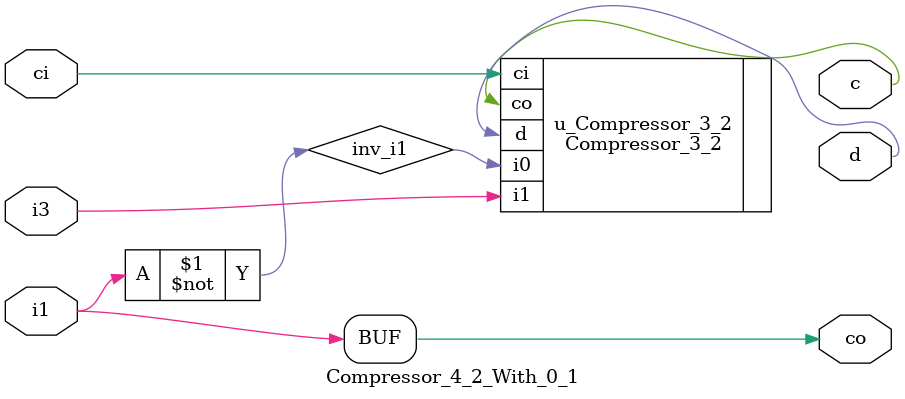
<source format=v>
`timescale 1ns / 1ps


module Compressor_4_2_With_0_1(i1,i3,ci,co,c,d);

input wire i1   ;
input wire i3   ;
input wire ci   ;
output wire co  ;
output wire c   ;
output wire d   ;

wire    inv_i1 ; 
assign  inv_i1 = ~i1;

assign  co = i1; 

Compressor_3_2 u_Compressor_3_2(
    .i0     (inv_i1),
    .i1     (i3),
    .ci     (ci),

    .co     (c),
    .d      (d)
); 


endmodule

</source>
